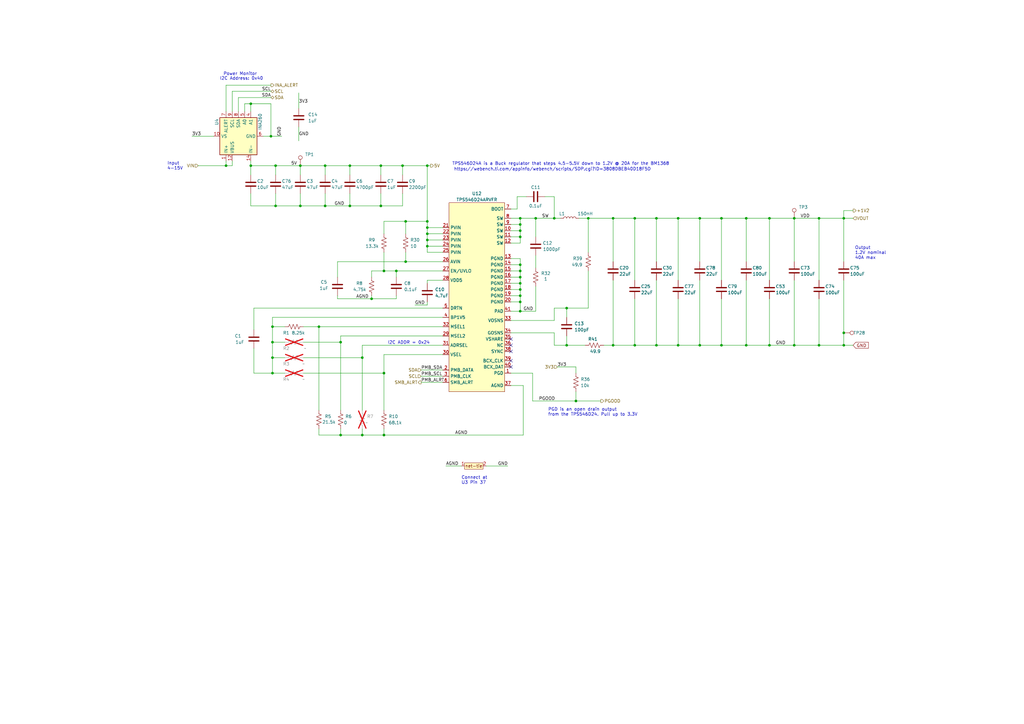
<source format=kicad_sch>
(kicad_sch (version 20231120) (generator "eeschema") (generator_version "8.0")
  (paper "A3")
  (title_block (title "BitForgeNano") (date "2024-06-21") (rev "1.0") (comment 1 "Licensed under CERN-OHL-W version 2"))
  (lib_symbols
    (symbol "BitForgeNano:C" (pin_numbers hide) (pin_names (offset 0.254))
      (property "Reference" "C" (at 0.635 2.54 0))
      (property "Value" "C" (at 0.635 -2.54 0))
      (symbol "C_0_1"
        (polyline (pts (xy -2.032 -0.762) (xy 2.032 -0.762)) (stroke (width 0.508)))
        (polyline (pts (xy -2.032 0.762) (xy 2.032 0.762)) (stroke (width 0.508)))
      )
      (symbol "C_1_1"
        (pin passive line (at 0 3.81 270) (length 2.794) (name "~") (number "1"))
        (pin passive line (at 0 -3.81 90) (length 2.794) (name "~") (number "2"))
      )
    )
    (symbol "BitForgeNano:INA260"
      (property "Reference" "U" (at -6.35 8.89 0))
      (property "Value" "INA260" (at 2.54 8.89 0))
      (symbol "INA260_0_1"
        (rectangle (start -7.62 7.62) (end 7.62 -7.62) (stroke (width 0.254)) (fill (type background)))
      )
      (symbol "INA260_1_1"
        (pin passive line (at -10.16 5.08 0) (length 2.54) (name "IN+") (number "1"))
        (pin power_in line (at 0 10.16 270) (length 2.54) (name "VS") (number "10"))
        (pin passive line (at 0 -10.16 90) (length 2.54) hide (name "GND") (number "11"))
        (pin passive line (at -10.16 2.54 0) (length 2.54) (name "VBUS") (number "12"))
        (pin no_connect line (at 2.54 -7.62 90) (length 2.54) hide (name "NC") (number "13"))
        (pin passive line (at -10.16 -5.08 0) (length 2.54) (name "IN-") (number "14"))
        (pin passive line (at -10.16 -5.08 0) (length 2.54) hide (name "IN-") (number "15"))
        (pin passive line (at -10.16 -5.08 0) (length 2.54) hide (name "IN-") (number "16"))
        (pin passive line (at -10.16 5.08 0) (length 2.54) hide (name "IN+") (number "2"))
        (pin passive line (at -10.16 5.08 0) (length 2.54) hide (name "IN+") (number "3"))
        (pin input line (at 10.16 -5.08 180) (length 2.54) (name "A1") (number "4"))
        (pin input line (at 10.16 -2.54 180) (length 2.54) (name "A0") (number "5"))
        (pin power_in line (at 0 -10.16 90) (length 2.54) (name "GND") (number "6"))
        (pin open_collector line (at 10.16 5.08 180) (length 2.54) (name "ALERT") (number "7"))
        (pin bidirectional line (at 10.16 0 180) (length 2.54) (name "SDA") (number "8"))
        (pin input line (at 10.16 2.54 180) (length 2.54) (name "SCL") (number "9"))
      )
    )
    (symbol "BitForgeNano:RT9080-33GJ5" (pin_names (offset 0.254))
      (property "Reference" "U2" (at 0 8.382 0))
      (property "Value" "RT9080-33GJ5" (at 0 5.842 0))
      (symbol "RT9080-33GJ5_1_1"
        (rectangle (start -6.35 3.81) (end 6.35 -5.08) (stroke (width 0.1524)) (fill (type background)))
        (pin power_in line (at -8.89 1.27 0) (length 2.54) (name "VIN") (number "1"))
        (pin power_in line (at 8.89 -3.81 180) (length 2.54) (name "GND") (number "2"))
        (pin input line (at -8.89 -1.27 0) (length 2.54) (name "EN") (number "3"))
        (pin power_in line (at 8.89 -1.27 180) (length 2.54) (name "NC") (number "4"))
        (pin output line (at 8.89 1.27 180) (length 2.54) (name "VOUT") (number "5"))
      )
    )
    (symbol "BitForgeNano:TestPoint" (pin_numbers hide) (pin_names (offset 0.762) hide)
      (property "Reference" "TP" (at 0 6.858 0))
      (property "Value" "TestPoint" (at 0 5.08 0))
      (symbol "TestPoint_0_1"
        (circle (center 0 3.302) (radius 0.762))
      )
      (symbol "TestPoint_1_1"
        (pin passive line (at 0 0 90) (length 2.54) (name "1") (number "1"))
      )
    )
    (symbol "Connector:TestPoint" (pin_numbers hide) (pin_names (offset 0.762) hide)
      (property "Reference" "TP" (at 0 6.858 0))
      (property "Value" "TestPoint" (at 0 5.08 0))
      (symbol "TestPoint_0_1"
        (circle (center 0 3.302) (radius 0.762))
      )
      (symbol "TestPoint_1_1"
        (pin passive line (at 0 0 90) (length 2.54) (name "1") (number "1"))
      )
    )
    (symbol "Device:C" (pin_numbers hide) (pin_names (offset 0.254))
      (property "Reference" "C" (at 0.635 2.54 0))
      (property "Value" "C" (at 0.635 -2.54 0))
      (symbol "C_0_1"
        (polyline (pts (xy -2.032 -0.762) (xy 2.032 -0.762)) (stroke (width 0.508)))
        (polyline (pts (xy -2.032 0.762) (xy 2.032 0.762)) (stroke (width 0.508)))
      )
      (symbol "C_1_1"
        (pin passive line (at 0 3.81 270) (length 2.794) (name "~") (number "1"))
        (pin passive line (at 0 -3.81 90) (length 2.794) (name "~") (number "2"))
      )
    )
    (symbol "Device:L" (pin_numbers hide) (pin_names (offset 1.016) hide)
      (property "Reference" "L" (at -1.27 0 90))
      (property "Value" "L" (at 1.905 0 90))
      (symbol "L_0_1"
        (arc (start 0 -2.54) (mid 0.6323 -1.905) (end 0 -1.27))
        (arc (start 0 -1.27) (mid 0.6323 -0.635) (end 0 0))
        (arc (start 0 0) (mid 0.6323 0.635) (end 0 1.27))
        (arc (start 0 1.27) (mid 0.6323 1.905) (end 0 2.54))
      )
      (symbol "L_1_1"
        (pin passive line (at 0 3.81 270) (length 1.27) (name "1") (number "1"))
        (pin passive line (at 0 -3.81 90) (length 1.27) (name "2") (number "2"))
      )
    )
    (symbol "Device:R_US" (pin_numbers hide) (pin_names (offset 0))
      (property "Reference" "R" (at 2.54 0 90))
      (property "Value" "R_US" (at -2.54 0 90))
      (symbol "R_US_0_1"
        (polyline (pts (xy 0 -2.286) (xy 0 -2.54)))
        (polyline (pts (xy 0 2.286) (xy 0 2.54)))
        (polyline (pts (xy 0 -0.762) (xy 1.016 -1.143) (xy 0 -1.524) (xy -1.016 -1.905) (xy 0 -2.286)))
        (polyline (pts (xy 0 0.762) (xy 1.016 0.381) (xy 0 0) (xy -1.016 -0.381) (xy 0 -0.762)))
        (polyline (pts (xy 0 2.286) (xy 1.016 1.905) (xy 0 1.524) (xy -1.016 1.143) (xy 0 0.762)))
      )
      (symbol "R_US_1_1"
        (pin passive line (at 0 3.81 270) (length 1.27) (name "~") (number "1"))
        (pin passive line (at 0 -3.81 90) (length 1.27) (name "~") (number "2"))
      )
    )
    (symbol "bitaxe:TPS546D24"
      (property "Reference" "U10" (at 0 45.72 0))
      (property "Value" "TPS546D24ARVFR" (at 0 43.18 0))
      (symbol "TPS546D24_0_1"
        (rectangle (start -11.43 41.91) (end 11.43 -35.56) (stroke (width 0.1524)) (fill (type background)))
      )
      (symbol "TPS546D24_1_1"
        (pin input line (at 13.97 -27.94 180) (length 2.54) (name "PGD") (number "1"))
        (pin power_in line (at 13.97 30.48 180) (length 2.54) (name "SW") (number "10"))
        (pin output line (at 13.97 27.94 180) (length 2.54) (name "SW") (number "11"))
        (pin power_out line (at 13.97 25.4 180) (length 2.54) (name "SW") (number "12"))
        (pin output line (at 13.97 19.05 180) (length 2.54) (name "PGND") (number "13"))
        (pin output line (at 13.97 16.51 180) (length 2.54) (name "PGND") (number "14"))
        (pin input line (at 13.97 13.97 180) (length 2.54) (name "PGND") (number "15"))
        (pin input line (at 13.97 11.43 180) (length 2.54) (name "PGND") (number "16"))
        (pin power_in line (at 13.97 8.89 180) (length 2.54) (name "PGND") (number "17"))
        (pin input line (at 13.97 6.35 180) (length 2.54) (name "PGND") (number "18"))
        (pin input line (at 13.97 3.81 180) (length 2.54) (name "PGND") (number "19"))
        (pin input line (at -13.97 -26.67 0) (length 2.54) (name "PMB_DATA") (number "2"))
        (pin power_in line (at 13.97 1.27 180) (length 2.54) (name "PGND") (number "20"))
        (pin input line (at -13.97 31.75 0) (length 2.54) (name "PVIN") (number "21"))
        (pin input line (at -13.97 29.21 0) (length 2.54) (name "PVIN") (number "22"))
        (pin input line (at -13.97 26.67 0) (length 2.54) (name "PVIN") (number "23"))
        (pin input line (at -13.97 24.13 0) (length 2.54) (name "PVIN") (number "24"))
        (pin input line (at -13.97 21.59 0) (length 2.54) (name "PVIN") (number "25"))
        (pin input line (at -13.97 17.78 0) (length 2.54) (name "AVIN") (number "26"))
        (pin input line (at -13.97 13.97 0) (length 2.54) (name "EN/UVLO") (number "27"))
        (pin output line (at -13.97 10.16 0) (length 2.54) (name "VDD5") (number "28"))
        (pin input line (at -13.97 -12.7 0) (length 2.54) (name "MSEL2") (number "29"))
        (pin input line (at -13.97 -29.21 0) (length 2.54) (name "PMB_CLK") (number "3"))
        (pin input line (at -13.97 -20.32 0) (length 2.54) (name "VSEL") (number "30"))
        (pin input line (at -13.97 -16.51 0) (length 2.54) (name "ADRSEL") (number "31"))
        (pin input line (at -13.97 -8.89 0) (length 2.54) (name "MSEL1") (number "32"))
        (pin output line (at 13.97 -6.35 180) (length 2.54) (name "VOSNS") (number "33"))
        (pin output line (at 13.97 -11.43 180) (length 2.54) (name "GOSNS") (number "34"))
        (pin input line (at 13.97 -13.97 180) (length 2.54) (name "VSHARE") (number "35"))
        (pin input line (at 13.97 -16.51 180) (length 2.54) (name "NC") (number "36"))
        (pin power_in line (at 13.97 -33.02 180) (length 2.54) (name "AGND") (number "37"))
        (pin input line (at 13.97 -19.05 180) (length 2.54) (name "SYNC") (number "38"))
        (pin input line (at 13.97 -22.86 180) (length 2.54) (name "BCX_CLK") (number "39"))
        (pin input line (at -13.97 -5.08 0) (length 2.54) (name "BP1V5") (number "4"))
        (pin input line (at 13.97 -25.4 180) (length 2.54) (name "BCX_DAT") (number "40"))
        (pin power_in line (at 13.97 -2.54 180) (length 2.54) (name "PAD") (number "41"))
        (pin input line (at -13.97 -1.27 0) (length 2.54) (name "DRTN") (number "5"))
        (pin input line (at -13.97 -31.75 0) (length 2.54) (name "SMB_ALRT") (number "6"))
        (pin input line (at 13.97 39.37 180) (length 2.54) (name "BOOT") (number "7"))
        (pin output line (at 13.97 35.56 180) (length 2.54) (name "SW") (number "8"))
        (pin power_in line (at 13.97 33.02 180) (length 2.54) (name "SW") (number "9"))
      )
    )
    (symbol "bitaxe:net-tie"
      (symbol "net-tie_0_1"
        (rectangle (start -3.81 1.27) (end 3.81 -1.27) (stroke (width 0.1524)) (fill (type background)))
      )
      (symbol "net-tie_1_0"
        (pin bidirectional line (at -5.08 0 0) (length 1.27) (name "") (number "1"))
        (pin bidirectional line (at 5.08 0 180) (length 1.27) (name "") (number "2"))
      )
      (symbol "net-tie_1_1"
        (text "net-tie" (at 0 0 0) (effects (font (size 1.27 1.27))))
      )
    )
  )
  (junction (at 335.915 141.605))
  (junction (at 213.36 121.285))
  (junction (at 269.24 141.605))
  (junction (at 157.48 111.125))
  (junction (at 111.76 153.035))
  (junction (at 241.3 89.535))
  (junction (at 143.51 84.455))
  (junction (at 184.785 342.9))
  (junction (at 306.07 89.535))
  (junction (at 157.48 153.035))
  (junction (at 123.19 67.945))
  (junction (at 346.075 141.605))
  (junction (at 213.36 92.075))
  (junction (at 102.87 42.545))
  (junction (at 191.135 330.2))
  (junction (at 133.35 84.455))
  (junction (at 175.26 93.345))
  (junction (at 325.755 89.535))
  (junction (at 148.59 146.685))
  (junction (at 162.56 111.125))
  (junction (at 139.7 178.435))
  (junction (at 92.71 67.945))
  (junction (at 251.46 141.605))
  (junction (at 111.76 146.685))
  (junction (at 213.36 116.205))
  (junction (at 213.36 89.535))
  (junction (at 165.1 67.945))
  (junction (at 113.03 67.945))
  (junction (at 278.13 141.605))
  (junction (at 133.35 67.945))
  (junction (at 152.4 122.555))
  (junction (at 113.03 84.455))
  (junction (at 287.02 89.535))
  (junction (at 213.36 97.155))
  (junction (at 213.36 118.745))
  (junction (at 139.7 140.335))
  (junction (at 213.36 127.635))
  (junction (at 278.13 89.535))
  (junction (at 315.595 89.535))
  (junction (at 175.26 95.885))
  (junction (at 346.075 89.535))
  (junction (at 213.36 111.125))
  (junction (at 166.37 90.805))
  (junction (at 166.37 107.315))
  (junction (at 325.755 141.605))
  (junction (at 175.26 67.945))
  (junction (at 232.41 126.365))
  (junction (at 295.91 89.535))
  (junction (at 161.925 330.2))
  (junction (at 175.26 98.425))
  (junction (at 123.19 84.455))
  (junction (at 148.59 178.435))
  (junction (at 251.46 89.535))
  (junction (at 156.21 67.945))
  (junction (at 232.41 141.605))
  (junction (at 346.075 136.525))
  (junction (at 295.91 141.605))
  (junction (at 157.48 178.435))
  (junction (at 213.36 123.825))
  (junction (at 219.71 89.535))
  (junction (at 213.36 94.615))
  (junction (at 269.24 89.535))
  (junction (at 111.76 140.335))
  (junction (at 315.595 141.605))
  (junction (at 213.36 113.665))
  (junction (at 260.35 89.535))
  (junction (at 175.26 100.965))
  (junction (at 111.125 55.88))
  (junction (at 213.36 108.585))
  (junction (at 227.33 89.535))
  (junction (at 130.81 133.985))
  (junction (at 156.21 84.455))
  (junction (at 175.26 90.805))
  (junction (at 102.87 67.945))
  (junction (at 111.76 133.985))
  (junction (at 287.02 141.605))
  (junction (at 306.07 141.605))
  (junction (at 143.51 67.945))
  (junction (at 335.915 89.535))
  (junction (at 260.35 141.605))
  (junction (at 236.22 164.465))
  (no_connect (at 182.245 332.74))
  (no_connect (at 209.55 147.955))
  (no_connect (at 209.55 141.605))
  (no_connect (at 209.55 139.065))
  (no_connect (at 209.55 144.145))
  (no_connect (at 209.55 150.495))
  (wire (pts (xy 287.02 114.935) (xy 287.02 141.605)))
  (wire (pts (xy 130.81 175.895) (xy 130.81 178.435)))
  (wire (pts (xy 182.245 335.28) (xy 184.785 335.28)))
  (wire (pts (xy 232.41 126.365) (xy 241.3 126.365)))
  (wire (pts (xy 100.33 45.72) (xy 100.33 42.545)))
  (wire (pts (xy 148.59 175.895) (xy 148.59 178.435)))
  (wire (pts (xy 130.81 133.985) (xy 130.81 168.275)))
  (wire (pts (xy 278.13 89.535) (xy 287.02 89.535)))
  (wire (pts (xy 237.49 89.535) (xy 241.3 89.535)))
  (wire (pts (xy 153.035 330.2) (xy 161.925 330.2)))
  (wire (pts (xy 166.37 90.805) (xy 175.26 90.805)))
  (wire (pts (xy 213.36 121.285) (xy 213.36 123.825)))
  (wire (pts (xy 92.71 67.945) (xy 95.25 67.945)))
  (wire (pts (xy 166.37 103.505) (xy 166.37 107.315)))
  (wire (pts (xy 213.36 97.155) (xy 213.36 94.615)))
  (wire (pts (xy 139.7 178.435) (xy 148.59 178.435)))
  (wire (pts (xy 166.37 95.885) (xy 166.37 90.805)))
  (wire (pts (xy 260.35 89.535) (xy 260.35 114.935)))
  (wire (pts (xy 138.43 122.555) (xy 152.4 122.555)))
  (wire (pts (xy 153.035 330.2) (xy 153.035 332.74)))
  (wire (pts (xy 219.71 117.475) (xy 219.71 127.635)))
  (wire (pts (xy 113.03 84.455) (xy 123.19 84.455)))
  (wire (pts (xy 346.075 86.36) (xy 346.075 89.535)))
  (wire (pts (xy 124.46 146.685) (xy 148.59 146.685)))
  (wire (pts (xy 175.26 114.935) (xy 181.61 114.935)))
  (wire (pts (xy 104.14 126.365) (xy 181.61 126.365)))
  (wire (pts (xy 157.48 153.035) (xy 157.48 168.275)))
  (wire (pts (xy 209.55 111.125) (xy 213.36 111.125)))
  (wire (pts (xy 113.03 79.375) (xy 113.03 84.455)))
  (wire (pts (xy 182.88 191.135) (xy 189.23 191.135)))
  (wire (pts (xy 227.33 141.605) (xy 232.41 141.605)))
  (wire (pts (xy 162.56 121.285) (xy 162.56 122.555)))
  (wire (pts (xy 157.48 111.125) (xy 162.56 111.125)))
  (wire (pts (xy 269.24 89.535) (xy 269.24 107.315)))
  (wire (pts (xy 209.55 116.205) (xy 213.36 116.205)))
  (wire (pts (xy 209.55 158.115) (xy 214.63 158.115)))
  (wire (pts (xy 175.26 67.945) (xy 176.53 67.945)))
  (wire (pts (xy 295.91 122.555) (xy 295.91 141.605)))
  (wire (pts (xy 148.59 141.605) (xy 181.61 141.605)))
  (wire (pts (xy 111.76 153.035) (xy 116.84 153.035)))
  (wire (pts (xy 218.44 164.465) (xy 236.22 164.465)))
  (wire (pts (xy 346.075 89.535) (xy 346.075 107.315)))
  (wire (pts (xy 251.46 89.535) (xy 251.46 107.315)))
  (wire (pts (xy 315.595 89.535) (xy 325.755 89.535)))
  (wire (pts (xy 170.18 125.095) (xy 175.26 125.095)))
  (wire (pts (xy 113.03 67.945) (xy 113.03 71.755)))
  (wire (pts (xy 172.72 154.305) (xy 181.61 154.305)))
  (wire (pts (xy 219.71 127.635) (xy 213.36 127.635)))
  (wire (pts (xy 148.59 178.435) (xy 157.48 178.435)))
  (wire (pts (xy 157.48 111.125) (xy 152.4 111.125)))
  (wire (pts (xy 175.26 98.425) (xy 181.61 98.425)))
  (wire (pts (xy 156.21 79.375) (xy 156.21 84.455)))
  (wire (pts (xy 251.46 89.535) (xy 260.35 89.535)))
  (wire (pts (xy 175.26 100.965) (xy 181.61 100.965)))
  (wire (pts (xy 325.755 107.315) (xy 325.755 89.535)))
  (wire (pts (xy 133.35 67.945) (xy 133.35 71.755)))
  (wire (pts (xy 209.55 106.045) (xy 213.36 106.045)))
  (wire (pts (xy 153.035 342.9) (xy 153.035 340.36)))
  (wire (pts (xy 138.43 107.315) (xy 166.37 107.315)))
  (wire (pts (xy 236.22 164.465) (xy 246.38 164.465)))
  (wire (pts (xy 156.21 67.945) (xy 156.21 71.755)))
  (wire (pts (xy 346.075 136.525) (xy 346.075 141.605)))
  (wire (pts (xy 175.26 123.825) (xy 175.26 125.095)))
  (wire (pts (xy 102.87 67.945) (xy 113.03 67.945)))
  (wire (pts (xy 213.36 106.045) (xy 213.36 108.585)))
  (wire (pts (xy 95.25 37.465) (xy 111.125 37.465)))
  (wire (pts (xy 139.7 175.895) (xy 139.7 178.435)))
  (wire (pts (xy 315.595 89.535) (xy 315.595 114.935)))
  (wire (pts (xy 335.915 89.535) (xy 346.075 89.535)))
  (wire (pts (xy 227.33 131.445) (xy 227.33 126.365)))
  (wire (pts (xy 143.51 79.375) (xy 143.51 84.455)))
  (wire (pts (xy 95.25 66.04) (xy 95.25 67.945)))
  (wire (pts (xy 156.21 67.945) (xy 165.1 67.945)))
  (wire (pts (xy 209.55 99.695) (xy 213.36 99.695)))
  (wire (pts (xy 278.13 122.555) (xy 278.13 141.605)))
  (wire (pts (xy 306.07 114.935) (xy 306.07 141.605)))
  (wire (pts (xy 181.61 103.505) (xy 175.26 103.505)))
  (wire (pts (xy 133.35 84.455) (xy 143.51 84.455)))
  (wire (pts (xy 130.81 178.435) (xy 139.7 178.435)))
  (wire (pts (xy 102.87 66.04) (xy 102.87 67.945)))
  (wire (pts (xy 111.76 140.335) (xy 111.76 146.685)))
  (wire (pts (xy 111.76 130.175) (xy 111.76 133.985)))
  (wire (pts (xy 130.81 133.985) (xy 181.61 133.985)))
  (wire (pts (xy 138.43 121.285) (xy 138.43 122.555)))
  (wire (pts (xy 218.44 153.035) (xy 218.44 164.465)))
  (wire (pts (xy 241.3 89.535) (xy 241.3 103.505)))
  (wire (pts (xy 175.26 95.885) (xy 175.26 98.425)))
  (wire (pts (xy 260.35 141.605) (xy 269.24 141.605)))
  (wire (pts (xy 175.26 67.945) (xy 175.26 90.805)))
  (wire (pts (xy 212.09 85.725) (xy 212.09 80.645)))
  (wire (pts (xy 148.59 141.605) (xy 148.59 146.685)))
  (wire (pts (xy 133.35 67.945) (xy 143.51 67.945)))
  (wire (pts (xy 325.755 89.535) (xy 335.915 89.535)))
  (wire (pts (xy 157.48 175.895) (xy 157.48 178.435)))
  (wire (pts (xy 161.925 330.2) (xy 164.465 330.2)))
  (wire (pts (xy 213.36 111.125) (xy 213.36 113.665)))
  (wire (pts (xy 209.55 108.585) (xy 213.36 108.585)))
  (wire (pts (xy 213.36 99.695) (xy 213.36 97.155)))
  (wire (pts (xy 213.36 116.205) (xy 213.36 118.745)))
  (wire (pts (xy 227.33 126.365) (xy 232.41 126.365)))
  (wire (pts (xy 175.26 95.885) (xy 181.61 95.885)))
  (wire (pts (xy 269.24 141.605) (xy 278.13 141.605)))
  (wire (pts (xy 251.46 141.605) (xy 260.35 141.605)))
  (wire (pts (xy 143.51 84.455) (xy 156.21 84.455)))
  (wire (pts (xy 213.36 94.615) (xy 213.36 92.075)))
  (wire (pts (xy 251.46 114.935) (xy 251.46 141.605)))
  (wire (pts (xy 236.22 160.655) (xy 236.22 164.465)))
  (wire (pts (xy 213.36 123.825) (xy 209.55 123.825)))
  (wire (pts (xy 306.07 89.535) (xy 315.595 89.535)))
  (wire (pts (xy 287.02 141.605) (xy 295.91 141.605)))
  (wire (pts (xy 199.39 191.135) (xy 208.28 191.135)))
  (wire (pts (xy 143.51 67.945) (xy 143.51 71.755)))
  (wire (pts (xy 92.71 45.72) (xy 92.71 34.925)))
  (wire (pts (xy 181.61 130.175) (xy 111.76 130.175)))
  (wire (pts (xy 111.76 133.985) (xy 116.84 133.985)))
  (wire (pts (xy 175.26 93.345) (xy 181.61 93.345)))
  (wire (pts (xy 315.595 141.605) (xy 325.755 141.605)))
  (wire (pts (xy 107.95 55.88) (xy 111.125 55.88)))
  (wire (pts (xy 209.55 118.745) (xy 213.36 118.745)))
  (wire (pts (xy 346.075 114.935) (xy 346.075 136.525)))
  (wire (pts (xy 123.19 79.375) (xy 123.19 84.455)))
  (wire (pts (xy 156.21 84.455) (xy 165.1 84.455)))
  (wire (pts (xy 111.76 146.685) (xy 116.84 146.685)))
  (wire (pts (xy 152.4 121.285) (xy 152.4 122.555)))
  (wire (pts (xy 81.28 67.945) (xy 92.71 67.945)))
  (wire (pts (xy 175.26 90.805) (xy 175.26 93.345)))
  (wire (pts (xy 148.59 146.685) (xy 148.59 168.275)))
  (wire (pts (xy 175.26 98.425) (xy 175.26 100.965)))
  (wire (pts (xy 104.14 153.035) (xy 111.76 153.035)))
  (wire (pts (xy 227.33 136.525) (xy 227.33 141.605)))
  (wire (pts (xy 92.71 66.04) (xy 92.71 67.945)))
  (wire (pts (xy 157.48 103.505) (xy 157.48 111.125)))
  (wire (pts (xy 102.87 71.755) (xy 102.87 67.945)))
  (wire (pts (xy 166.37 107.315) (xy 181.61 107.315)))
  (wire (pts (xy 306.07 107.315) (xy 306.07 89.535)))
  (wire (pts (xy 278.13 141.605) (xy 287.02 141.605)))
  (wire (pts (xy 191.135 330.2) (xy 200.025 330.2)))
  (wire (pts (xy 157.48 95.885) (xy 157.48 90.805)))
  (wire (pts (xy 260.35 122.555) (xy 260.35 141.605)))
  (wire (pts (xy 172.72 151.765) (xy 181.61 151.765)))
  (wire (pts (xy 164.465 332.74) (xy 161.925 332.74)))
  (wire (pts (xy 295.91 141.605) (xy 306.07 141.605)))
  (wire (pts (xy 139.7 137.795) (xy 181.61 137.795)))
  (wire (pts (xy 111.125 42.545) (xy 111.125 55.88)))
  (wire (pts (xy 209.55 121.285) (xy 213.36 121.285)))
  (wire (pts (xy 143.51 67.945) (xy 156.21 67.945)))
  (wire (pts (xy 122.555 52.07) (xy 122.555 57.785)))
  (wire (pts (xy 182.245 330.2) (xy 191.135 330.2)))
  (wire (pts (xy 157.48 145.415) (xy 157.48 153.035)))
  (wire (pts (xy 122.555 38.1) (xy 122.555 44.45)))
  (wire (pts (xy 335.915 141.605) (xy 346.075 141.605)))
  (wire (pts (xy 157.48 178.435) (xy 214.63 178.435)))
  (wire (pts (xy 213.36 123.825) (xy 213.36 127.635)))
  (wire (pts (xy 124.46 133.985) (xy 130.81 133.985)))
  (wire (pts (xy 133.35 79.375) (xy 133.35 84.455)))
  (wire (pts (xy 209.55 153.035) (xy 218.44 153.035)))
  (wire (pts (xy 209.55 113.665) (xy 213.36 113.665)))
  (wire (pts (xy 102.87 42.545) (xy 111.125 42.545)))
  (wire (pts (xy 209.55 94.615) (xy 213.36 94.615)))
  (wire (pts (xy 138.43 113.665) (xy 138.43 107.315)))
  (wire (pts (xy 162.56 111.125) (xy 181.61 111.125)))
  (wire (pts (xy 161.925 332.74) (xy 161.925 330.2)))
  (wire (pts (xy 139.7 140.335) (xy 139.7 168.275)))
  (wire (pts (xy 236.22 153.035) (xy 236.22 150.495)))
  (wire (pts (xy 102.87 45.72) (xy 102.87 42.545)))
  (wire (pts (xy 223.52 80.645) (xy 227.33 80.645)))
  (wire (pts (xy 241.3 111.125) (xy 241.3 126.365)))
  (wire (pts (xy 214.63 158.115) (xy 214.63 178.435)))
  (wire (pts (xy 97.79 45.72) (xy 97.79 40.005)))
  (wire (pts (xy 78.74 55.88) (xy 87.63 55.88)))
  (wire (pts (xy 153.035 342.9) (xy 184.785 342.9)))
  (wire (pts (xy 219.71 109.855) (xy 219.71 104.775)))
  (wire (pts (xy 102.87 84.455) (xy 113.03 84.455)))
  (wire (pts (xy 213.36 89.535) (xy 209.55 89.535)))
  (wire (pts (xy 139.7 137.795) (xy 139.7 140.335)))
  (wire (pts (xy 325.755 141.605) (xy 335.915 141.605)))
  (wire (pts (xy 346.075 89.535) (xy 349.885 89.535)))
  (wire (pts (xy 247.65 141.605) (xy 251.46 141.605)))
  (wire (pts (xy 172.72 156.845) (xy 181.61 156.845)))
  (wire (pts (xy 152.4 111.125) (xy 152.4 113.665)))
  (wire (pts (xy 184.785 335.28) (xy 184.785 342.9)))
  (wire (pts (xy 213.36 118.745) (xy 213.36 121.285)))
  (wire (pts (xy 228.6 150.495) (xy 236.22 150.495)))
  (wire (pts (xy 175.26 100.965) (xy 175.26 103.505)))
  (wire (pts (xy 278.13 89.535) (xy 278.13 114.935)))
  (wire (pts (xy 219.71 89.535) (xy 227.33 89.535)))
  (wire (pts (xy 111.76 140.335) (xy 116.84 140.335)))
  (wire (pts (xy 184.785 342.9) (xy 191.135 342.9)))
  (wire (pts (xy 232.41 141.605) (xy 240.03 141.605)))
  (wire (pts (xy 209.55 97.155) (xy 213.36 97.155)))
  (wire (pts (xy 232.41 137.795) (xy 232.41 141.605)))
  (wire (pts (xy 124.46 140.335) (xy 139.7 140.335)))
  (wire (pts (xy 306.07 141.605) (xy 315.595 141.605)))
  (wire (pts (xy 111.76 146.685) (xy 111.76 153.035)))
  (wire (pts (xy 95.25 45.72) (xy 95.25 37.465)))
  (wire (pts (xy 104.14 135.255) (xy 104.14 126.365)))
  (wire (pts (xy 209.55 127.635) (xy 213.36 127.635)))
  (wire (pts (xy 346.075 141.605) (xy 349.885 141.605)))
  (wire (pts (xy 175.26 116.205) (xy 175.26 114.935)))
  (wire (pts (xy 113.03 67.945) (xy 123.19 67.945)))
  (wire (pts (xy 209.55 85.725) (xy 212.09 85.725)))
  (wire (pts (xy 241.3 89.535) (xy 251.46 89.535)))
  (wire (pts (xy 191.135 330.2) (xy 191.135 332.74)))
  (wire (pts (xy 295.91 89.535) (xy 306.07 89.535)))
  (wire (pts (xy 92.71 34.925) (xy 111.125 34.925)))
  (wire (pts (xy 157.48 90.805) (xy 166.37 90.805)))
  (wire (pts (xy 209.55 136.525) (xy 227.33 136.525)))
  (wire (pts (xy 152.4 122.555) (xy 162.56 122.555)))
  (wire (pts (xy 269.24 114.935) (xy 269.24 141.605)))
  (wire (pts (xy 295.91 89.535) (xy 295.91 114.935)))
  (wire (pts (xy 315.595 122.555) (xy 315.595 141.605)))
  (wire (pts (xy 213.36 89.535) (xy 219.71 89.535)))
  (wire (pts (xy 165.1 84.455) (xy 165.1 79.375)))
  (wire (pts (xy 260.35 89.535) (xy 269.24 89.535)))
  (wire (pts (xy 213.36 113.665) (xy 213.36 116.205)))
  (wire (pts (xy 349.885 86.36) (xy 346.075 86.36)))
  (wire (pts (xy 100.33 42.545) (xy 102.87 42.545)))
  (wire (pts (xy 191.135 340.36) (xy 191.135 342.9)))
  (wire (pts (xy 219.71 97.155) (xy 219.71 89.535)))
  (wire (pts (xy 227.33 89.535) (xy 229.87 89.535)))
  (wire (pts (xy 287.02 89.535) (xy 287.02 107.315)))
  (wire (pts (xy 325.755 114.935) (xy 325.755 141.605)))
  (wire (pts (xy 269.24 89.535) (xy 278.13 89.535)))
  (wire (pts (xy 209.55 131.445) (xy 227.33 131.445)))
  (wire (pts (xy 111.76 133.985) (xy 111.76 140.335)))
  (wire (pts (xy 335.915 89.535) (xy 335.915 114.935)))
  (wire (pts (xy 97.79 40.005) (xy 111.125 40.005)))
  (wire (pts (xy 227.33 80.645) (xy 227.33 89.535)))
  (wire (pts (xy 287.02 89.535) (xy 295.91 89.535)))
  (wire (pts (xy 232.41 126.365) (xy 232.41 130.175)))
  (wire (pts (xy 102.87 79.375) (xy 102.87 84.455)))
  (wire (pts (xy 209.55 92.075) (xy 213.36 92.075)))
  (wire (pts (xy 212.09 80.645) (xy 215.9 80.645)))
  (wire (pts (xy 123.19 67.945) (xy 123.19 71.755)))
  (wire (pts (xy 104.14 142.875) (xy 104.14 153.035)))
  (wire (pts (xy 162.56 113.665) (xy 162.56 111.125)))
  (wire (pts (xy 111.125 55.88) (xy 115.57 55.88)))
  (wire (pts (xy 175.26 93.345) (xy 175.26 95.885)))
  (wire (pts (xy 123.19 67.945) (xy 133.35 67.945)))
  (wire (pts (xy 165.1 67.945) (xy 165.1 71.755)))
  (wire (pts (xy 175.26 67.945) (xy 165.1 67.945)))
  (wire (pts (xy 335.915 122.555) (xy 335.915 141.605)))
  (wire (pts (xy 157.48 145.415) (xy 181.61 145.415)))
  (wire (pts (xy 213.36 92.075) (xy 213.36 89.535)))
  (wire (pts (xy 213.36 108.585) (xy 213.36 111.125)))
  (wire (pts (xy 123.19 84.455) (xy 133.35 84.455)))
  (wire (pts (xy 124.46 153.035) (xy 157.48 153.035)))
  (text "3V3 LDO" (at 163.195 346.71 0) (effects (font (size 1.27 1.27)) (justify left bottom)))
  (text "TPS546D24A is a Buck regulator that steps 4.5-5.5V down to 1.2V @ 20A for the BM1368" (at 185.42 67.945 0) (effects (font (size 1.27 1.27)) (justify left bottom)))
  (text "PGD is an open drain output\nfrom the TPS546D24. Pull up to 3.3V" (at 224.79 170.815 0) (effects (font (size 1.27 1.27)) (justify left bottom)))
  (text "Output \n1.2V nominal\n40A max" (at 350.647 106.553 0) (effects (font (size 1.27 1.27)) (justify left bottom)))
  (text "https://webench.ti.com/appinfo/webench/scripts/SDP.cgi?ID=3808DBEB40D18F5D" (at 226.568 69.469 0) (effects (font (size 1.27 1.27))))
  (text "I2C ADDR = 0x24" (at 159.004 141.351 0) (effects (font (size 1.27 1.27)) (justify left bottom)))
  (text "Connect at\nU3 Pin 37" (at 189.23 198.755 0) (effects (font (size 1.27 1.27)) (justify left bottom)))
  (text "600 mA max" (at 201.295 334.01 0) (effects (font (size 1.27 1.27)) (justify left bottom)))
  (text "I2C Address: 0x40" (at 107.95 33.02 0) (effects (font (size 1.27 1.27)) (justify right bottom)))
  (text "Power Monitor" (at 105.41 31.115 0) (effects (font (size 1.27 1.27)) (justify right bottom)))
  (text "Input \n4-15V" (at 68.58 69.85 0) (effects (font (size 1.27 1.27)) (justify left bottom)))
  (label "GND" (at 208.28 191.135 180))
  (label "5V" (at 155.575 330.2 0))
  (label "AGND" (at 182.88 191.135 0))
  (label "SW" (at 222.25 89.535 0))
  (label "PMB_ALRT" (at 172.72 156.845 0))
  (label "PMB_SDA" (at 172.72 151.765 0))
  (label "GND" (at 170.18 125.095 0))
  (label "GND" (at 115.57 55.88 90))
  (label "SCL" (at 111.125 37.465 180))
  (label "AGND" (at 146.05 122.555 0))
  (label "3V3" (at 122.555 42.545 0))
  (label "GND" (at 214.63 127.635 0))
  (label "VDD" (at 328.295 89.535 0))
  (label "PGOOD" (at 220.98 164.465 0))
  (label "5V" (at 119.38 67.945 0))
  (label "GND" (at 122.555 55.88 0))
  (label "GND" (at 137.16 84.455 0))
  (label "AGND" (at 191.77 178.435 180))
  (label "GND" (at 318.135 141.605 0))
  (label "3V3" (at 78.74 55.88 0))
  (label "3V3" (at 228.6 150.495 0))
  (label "SDA" (at 111.125 40.005 180))
  (label "PMB_SCL" (at 172.72 154.305 0))
  (label "3V3" (at 184.785 330.2 0))
  (label "GND" (at 170.815 342.9 0))
  (global_label "GND" (shape input) (at 349.885 141.605 0) (property "Intersheetrefs" "${INTERSHEET_REFS}" (effects (hide yes))))
  (hierarchical_label "SDA" (shape bidirectional) (at 111.125 40.005 0))
  (hierarchical_label "SDA" (shape input) (at 172.72 151.765 180))
  (hierarchical_label "+1V2" (shape output) (at 349.885 86.36 0))
  (hierarchical_label "SMB_ALRT" (shape output) (at 172.72 156.845 180))
  (hierarchical_label "VOUT" (shape input) (at 349.885 89.535 0))
  (hierarchical_label "SCL" (shape input) (at 172.72 154.305 180))
  (hierarchical_label "5V" (shape output) (at 176.53 67.945 0))
  (hierarchical_label "PGOOD" (shape output) (at 246.38 164.465 0))
  (hierarchical_label "INA_ALERT" (shape output) (at 111.125 34.925 0))
  (hierarchical_label "VIN" (shape input) (at 81.28 67.945 180))
  (hierarchical_label "SCL" (shape bidirectional) (at 111.125 37.465 0))
  (hierarchical_label "3V3" (shape output) (at 200.025 330.2 0))
  (hierarchical_label "3V3" (shape input) (at 228.6 150.495 180))
  (symbol (lib_id "BitForgeNano:C") (at 191.135 336.55 0) (unit 1)
    (property "Reference" "C57" (at 192.405 334.645 0) (effects (justify left bottom)))
    (property "Value" "1uF" (at 192.405 339.725 0) (effects (justify left bottom)))
    (property "Footprint" "BitForgeNano:C_0402_1005Metric" (effects (hide yes)))
    (property "Description" "EMK105BJ105MV-F" (effects (hide yes)))
    (property "DK" "587-5514-1-ND" (effects (hide yes)))
    (property "PARTNO" "EMK105BJ105MV-F" (effects (hide yes)))
  )
  (symbol (lib_id "BitForgeNano:TestPoint") (at 325.755 89.535 0) (unit 1)
    (property "Reference" "TP3" (at 327.66 84.9629 0) (effects (justify left)))
    (property "Value" "TestPoint" (effects (hide yes)))
    (property "Footprint" "BitForgeNano:TestPoint_Pad_D1.0mm" (effects (hide yes)))
    (property "Description" "test point" (effects (hide yes)))
  )
  (symbol (lib_id "BitForgeNano:C") (at 153.035 336.55 0) (unit 1)
    (property "Reference" "C56" (at 154.305 334.645 0) (effects (justify left bottom)))
    (property "Value" "1uF" (at 154.305 339.725 0) (effects (justify left bottom)))
    (property "Footprint" "BitForgeNano:C_0402_1005Metric" (effects (hide yes)))
    (property "Description" "EMK105BJ105MV-F" (effects (hide yes)))
    (property "DK" "587-5514-1-ND" (effects (hide yes)))
    (property "PARTNO" "EMK105BJ105MV-F" (effects (hide yes)))
  )
  (symbol (lib_id "Device:R_US") (at 157.48 172.085 0) (unit 1)
    (property "Reference" "R10" (at 159.385 170.815 0) (effects (justify left)))
    (property "Value" "68.1k" (at 159.385 173.355 0) (effects (justify left)))
    (property "Footprint" "Resistor_SMD:R_0402_1005Metric" (effects (hide yes)))
    (property "DK" "YAG3213CT-ND" (effects (hide yes)))
    (property "PARTNO" "RC0402FR-0768K1L" (effects (hide yes)))
  )
  (symbol (lib_id "Device:C") (at 260.35 118.745 0) (unit 1)
    (property "Reference" "C25" (at 262.89 117.475 0) (effects (justify left)))
    (property "Value" "22uF" (at 262.89 120.015 0) (effects (justify left)))
    (property "Footprint" "Capacitor_SMD:C_0805_2012Metric" (effects (hide yes)))
    (property "DK" "490-10746-1-ND" (effects (hide yes)))
    (property "PARTNO" "GRM21BR61A226ME44L" (effects (hide yes)))
  )
  (symbol (lib_id "Device:C") (at 219.71 100.965 180) (unit 1)
    (property "Reference" "C12" (at 224.536 99.695 0))
    (property "Value" "1000pF" (at 226.314 102.235 0))
    (property "Footprint" "Capacitor_SMD:C_0805_2012Metric" (effects (hide yes)))
    (property "DK" "311-1127-1-ND" (effects (hide yes)))
    (property "PARTNO" "CC0805KRX7R9BB102" (effects (hide yes)))
  )
  (symbol (lib_id "Device:R_US") (at 152.4 117.475 0) (unit 1)
    (property "Reference" "R8" (at 146.05 116.205 0) (effects (justify left)))
    (property "Value" "4.75k" (at 144.78 118.745 0) (effects (justify left)))
    (property "Footprint" "Resistor_SMD:R_0402_1005Metric" (effects (hide yes)))
    (property "DK" "541-4.75KLCT-ND" (effects (hide yes)))
    (property "PARTNO" "CRCW04024K75FKED" (effects (hide yes)))
  )
  (symbol (lib_id "Device:R_US") (at 120.65 146.685 90) (unit 1) (in_bom no) (dnp yes)
    (property "Reference" "R3" (at 118.745 149.225 90) (effects (justify left)))
    (property "Value" "~" (at 125.095 149.225 90) (effects (justify left)))
    (property "Footprint" "Resistor_SMD:R_0402_1005Metric" (effects (hide yes)))
  )
  (symbol (lib_id "Device:C") (at 143.51 75.565 0) (unit 1)
    (property "Reference" "C6" (at 146.05 74.295 0) (effects (justify left)))
    (property "Value" "4700pF" (at 146.05 76.835 0) (effects (justify left)))
    (property "Footprint" "Capacitor_SMD:C_0402_1005Metric" (effects (hide yes)))
    (property "DK" "490-1309-1-ND" (effects (hide yes)))
    (property "PARTNO" "GRM155R71E472KA01D" (effects (hide yes)))
  )
  (symbol (lib_id "Device:R_US") (at 139.7 172.085 0) (unit 1)
    (property "Reference" "R6" (at 141.605 170.815 0) (effects (justify left)))
    (property "Value" "0" (at 140.97 173.355 0) (effects (justify left)))
    (property "Footprint" "Resistor_SMD:R_0402_1005Metric" (effects (hide yes)))
    (property "DK" "311-0.0JRCT-ND" (effects (hide yes)))
    (property "PARTNO" "RC0402JR-070RL" (effects (hide yes)))
  )
  (symbol (lib_id "bitaxe:net-tie") (at 194.31 191.135 0) (unit 1) (in_bom no)
    (property "Reference" "T1" (effects (hide yes)))
    (property "Value" "net-tie" (effects (hide yes)))
    (property "Footprint" "bitaxe:NetTie-0.25mm" (effects (hide yes)))
  )
  (symbol (lib_id "Device:R_US") (at 157.48 99.695 0) (unit 1)
    (property "Reference" "R9" (at 151.13 98.425 0) (effects (justify left)))
    (property "Value" "13.3k" (at 149.86 100.965 0) (effects (justify left)))
    (property "Footprint" "Resistor_SMD:R_0402_1005Metric" (effects (hide yes)))
    (property "DK" "541-13.3KLCT-ND" (effects (hide yes)))
    (property "PARTNO" "CRCW040213K3FKED" (effects (hide yes)))
  )
  (symbol (lib_id "Device:C") (at 251.46 111.125 0) (unit 1)
    (property "Reference" "C20" (at 254 109.855 0) (effects (justify left)))
    (property "Value" "22uF" (at 254 112.395 0) (effects (justify left)))
    (property "Footprint" "Capacitor_SMD:C_0805_2012Metric" (effects (hide yes)))
    (property "DK" "490-10746-1-ND" (effects (hide yes)))
    (property "PARTNO" "GRM21BR61A226ME44L" (effects (hide yes)))
  )
  (symbol (lib_id "Device:C") (at 165.1 75.565 0) (unit 1)
    (property "Reference" "C9" (at 167.64 74.295 0) (effects (justify left)))
    (property "Value" "2200pF" (at 167.64 76.835 0) (effects (justify left)))
    (property "Footprint" "Capacitor_SMD:C_0402_1005Metric" (effects (hide yes)))
    (property "DK" "490-8257-1-ND" (effects (hide yes)))
    (property "PARTNO" "GRM155R61H222KA01D" (effects (hide yes)))
  )
  (symbol (lib_id "Device:C") (at 335.915 118.745 0) (unit 1)
    (property "Reference" "C74" (at 338.455 117.475 0) (effects (justify left)))
    (property "Value" "100uF" (at 338.455 120.015 0) (effects (justify left)))
    (property "Footprint" "Capacitor_SMD:C_1206_3216Metric" (effects (hide yes)))
    (property "DK" "1276-1782-2-ND" (effects (hide yes)))
    (property "PARTNO" "CL31A107MQHNNNE" (effects (hide yes)))
  )
  (symbol (lib_id "BitForgeNano:INA260") (at 97.79 55.88 90) (unit 1)
    (property "Reference" "U4" (at 88.9 51.435 0) (effects (justify left)))
    (property "Value" "INA260" (at 106.68 53.34 0) (effects (justify left)))
    (property "Footprint" "BitForgeNano:TSSOP-16_4.4x5mm_P0.65mm" (effects (hide yes)))
    (property "Datasheet" "http://www.ti.com/lit/ds/symlink/ina260.pdf" (effects (hide yes)))
    (property "PARTNO" "INA260AIPW" (effects (hide yes)))
    (property "DK" "296-45218-5-ND" (effects (hide yes)))
  )
  (symbol (lib_id "Device:C") (at 278.13 118.745 0) (unit 1)
    (property "Reference" "C77" (at 280.67 117.475 0) (effects (justify left)))
    (property "Value" "22uF" (at 280.67 120.015 0) (effects (justify left)))
    (property "Footprint" "Capacitor_SMD:C_0805_2012Metric" (effects (hide yes)))
    (property "DK" "490-10746-1-ND" (effects (hide yes)))
    (property "PARTNO" "GRM21BR61A226ME44L" (effects (hide yes)))
  )
  (symbol (lib_id "Device:C") (at 295.91 118.745 0) (unit 1)
    (property "Reference" "C79" (at 298.45 117.475 0) (effects (justify left)))
    (property "Value" "100uF" (at 298.45 120.015 0) (effects (justify left)))
    (property "Footprint" "Capacitor_SMD:C_1206_3216Metric" (effects (hide yes)))
    (property "DK" "1276-1782-2-ND" (effects (hide yes)))
    (property "PARTNO" "CL31A107MQHNNNE" (effects (hide yes)))
  )
  (symbol (lib_id "Device:C") (at 104.14 139.065 0) (unit 1)
    (property "Reference" "C1" (at 96.266 137.795 0) (effects (justify left)))
    (property "Value" "1uF" (at 96.52 140.335 0) (effects (justify left)))
    (property "Footprint" "Capacitor_SMD:C_0402_1005Metric" (effects (hide yes)))
    (property "DK" "587-5514-1-ND" (effects (hide yes)))
    (property "PARTNO" "EMK105BJ105MV-F" (effects (hide yes)))
  )
  (symbol (lib_id "Device:L") (at 233.68 89.535 90) (unit 1)
    (property "Reference" "L1" (at 230.505 87.63 90))
    (property "Value" "150nH" (at 240.03 87.63 90))
    (property "Footprint" "BitForgeNano:FP1007R3-R15-R" (effects (hide yes)))
    (property "PARTNO" "FP1007R3-R15-R" (effects (hide yes)))
    (property "DK" "283-FP1007R3-R15-RCT-ND" (effects (hide yes)))
  )
  (symbol (lib_id "Device:R_US") (at 243.84 141.605 90) (unit 1)
    (property "Reference" "R41" (at 245.11 139.065 90) (effects (justify left)))
    (property "Value" "49.9" (at 246.38 144.145 90) (effects (justify left)))
    (property "Footprint" "Resistor_SMD:R_0402_1005Metric" (effects (hide yes)))
    (property "DK" "311-49.9LRCT-ND" (effects (hide yes)))
    (property "PARTNO" "RC0402FR-0749R9L" (effects (hide yes)))
  )
  (symbol (lib_id "Device:C") (at 269.24 111.125 0) (unit 1)
    (property "Reference" "C30" (at 271.78 109.855 0) (effects (justify left)))
    (property "Value" "22uF" (at 271.78 112.395 0) (effects (justify left)))
    (property "Footprint" "Capacitor_SMD:C_0805_2012Metric" (effects (hide yes)))
    (property "DK" "490-10746-1-ND" (effects (hide yes)))
    (property "PARTNO" "GRM21BR61A226ME44L" (effects (hide yes)))
  )
  (symbol (lib_id "BitForgeNano:TestPoint") (at 191.135 330.2 0) (unit 1)
    (property "Reference" "TP4" (at 193.04 325.6279 0) (effects (justify left)))
    (property "Value" "TestPoint" (effects (hide yes)))
    (property "Footprint" "BitForgeNano:TestPoint_Pad_D1.0mm" (effects (hide yes)))
    (property "Description" "test point" (effects (hide yes)))
  )
  (symbol (lib_id "Device:C") (at 325.755 111.125 0) (unit 1)
    (property "Reference" "C73" (at 328.295 109.855 0) (effects (justify left)))
    (property "Value" "100uF" (at 328.295 112.395 0) (effects (justify left)))
    (property "Footprint" "Capacitor_SMD:C_1206_3216Metric" (effects (hide yes)))
    (property "DK" "1276-1782-2-ND" (effects (hide yes)))
    (property "PARTNO" "CL31A107MQHNNNE" (effects (hide yes)))
  )
  (symbol (lib_id "Device:C") (at 346.075 111.125 0) (unit 1)
    (property "Reference" "C75" (at 348.615 109.855 0) (effects (justify left)))
    (property "Value" "100uF" (at 348.615 112.395 0) (effects (justify left)))
    (property "Footprint" "Capacitor_SMD:C_1206_3216Metric" (effects (hide yes)))
    (property "DK" "1276-1782-2-ND" (effects (hide yes)))
    (property "PARTNO" "CL31A107MQHNNNE" (effects (hide yes)))
  )
  (symbol (lib_id "Device:C") (at 138.43 117.475 180) (unit 1)
    (property "Reference" "C5" (at 132.842 115.697 0))
    (property "Value" "1uF" (at 132.842 118.237 0))
    (property "Footprint" "Capacitor_SMD:C_0402_1005Metric" (effects (hide yes)))
    (property "DK" "587-5514-1-ND" (effects (hide yes)))
    (property "PARTNO" "EMK105BJ105MV-F" (effects (hide yes)))
  )
  (symbol (lib_id "BitForgeNano:TestPoint") (at 123.19 67.945 0) (unit 1)
    (property "Reference" "TP1" (at 125.095 63.3729 0) (effects (justify left)))
    (property "Value" "TestPoint" (effects (hide yes)))
    (property "Footprint" "BitForgeNano:TestPoint_Pad_D1.0mm" (effects (hide yes)))
    (property "Description" "test point" (effects (hide yes)))
  )
  (symbol (lib_id "Device:C") (at 306.07 111.125 0) (unit 1)
    (property "Reference" "C80" (at 308.61 109.855 0) (effects (justify left)))
    (property "Value" "100uF" (at 308.61 112.395 0) (effects (justify left)))
    (property "Footprint" "Capacitor_SMD:C_1206_3216Metric" (effects (hide yes)))
    (property "DK" "1276-1782-2-ND" (effects (hide yes)))
    (property "PARTNO" "CL31A107MQHNNNE" (effects (hide yes)))
  )
  (symbol (lib_id "Device:C") (at 113.03 75.565 0) (unit 1)
    (property "Reference" "C76" (at 115.57 74.295 0) (effects (justify left)))
    (property "Value" "47uF" (at 115.57 76.835 0) (effects (justify left)))
    (property "Footprint" "Capacitor_SMD:C_1210_3225Metric" (effects (hide yes)))
    (property "DK" "1276-3376-1-ND" (effects (hide yes)))
    (property "PARTNO" "CL32A476KOJNNNE" (effects (hide yes)))
  )
  (symbol (lib_id "Device:R_US") (at 236.22 156.845 180) (unit 1)
    (property "Reference" "R36" (at 238.125 155.575 0) (effects (justify right)))
    (property "Value" "10k" (at 238.125 158.115 0) (effects (justify right)))
    (property "Footprint" "Resistor_SMD:R_0402_1005Metric" (effects (hide yes)))
    (property "DK" "311-10KJRCT-ND" (effects (hide yes)))
    (property "PARTNO" "RC0402JR-0710KL" (effects (hide yes)))
  )
  (symbol (lib_id "Device:C") (at 102.87 75.565 0) (unit 1)
    (property "Reference" "C2" (at 105.41 74.295 0) (effects (justify left)))
    (property "Value" "10uF" (at 105.41 76.835 0) (effects (justify left)))
    (property "Footprint" "Capacitor_SMD:C_0805_2012Metric" (effects (hide yes)))
    (property "DK" "1276-1096-1-ND" (effects (hide yes)))
    (property "PARTNO" "CL21A106KOQNNNE" (effects (hide yes)))
  )
  (symbol (lib_id "Device:R_US") (at 166.37 99.695 0) (unit 1)
    (property "Reference" "R30" (at 168.275 98.425 0) (effects (justify left)))
    (property "Value" "10" (at 168.275 100.965 0) (effects (justify left)))
    (property "Footprint" "Resistor_SMD:R_0402_1005Metric" (effects (hide yes)))
    (property "DK" "311-10.0LRCT-ND" (effects (hide yes)))
    (property "PARTNO" "RC0402FR-0710RL" (effects (hide yes)))
  )
  (symbol (lib_id "Device:R_US") (at 241.3 107.315 0) (unit 1)
    (property "Reference" "R39" (at 234.95 106.045 0) (effects (justify left)))
    (property "Value" "49.9" (at 234.442 108.585 0) (effects (justify left)))
    (property "Footprint" "Resistor_SMD:R_0402_1005Metric" (effects (hide yes)))
    (property "DK" "311-49.9LRCT-ND" (effects (hide yes)))
    (property "PARTNO" "RC0402FR-0749R9L" (effects (hide yes)))
  )
  (symbol (lib_id "Device:R_US") (at 148.59 172.085 0) (unit 1) (in_bom no) (dnp yes)
    (property "Reference" "R7" (at 150.495 170.815 0) (effects (justify left)))
    (property "Value" "~" (at 149.86 173.355 0) (effects (justify left)))
    (property "Footprint" "Resistor_SMD:R_0402_1005Metric" (effects (hide yes)))
  )
  (symbol (lib_id "Device:C") (at 287.02 111.125 0) (unit 1)
    (property "Reference" "C78" (at 289.56 109.855 0) (effects (justify left)))
    (property "Value" "22uF" (at 289.56 112.395 0) (effects (justify left)))
    (property "Footprint" "Capacitor_SMD:C_0805_2012Metric" (effects (hide yes)))
    (property "DK" "490-10746-1-ND" (effects (hide yes)))
    (property "PARTNO" "GRM21BR61A226ME44L" (effects (hide yes)))
  )
  (symbol (lib_id "Device:C") (at 123.19 75.565 0) (unit 1)
    (property "Reference" "C3" (at 125.73 74.295 0) (effects (justify left)))
    (property "Value" "47uF" (at 125.73 76.835 0) (effects (justify left)))
    (property "Footprint" "Capacitor_SMD:C_1210_3225Metric" (effects (hide yes)))
    (property "DK" "1276-3376-1-ND" (effects (hide yes)))
    (property "PARTNO" "CL32A476KOJNNNE" (effects (hide yes)))
  )
  (symbol (lib_id "Device:R_US") (at 120.65 133.985 90) (unit 1)
    (property "Reference" "R1" (at 118.745 136.525 90) (effects (justify left)))
    (property "Value" "8.25k" (at 125.095 136.525 90) (effects (justify left)))
    (property "Footprint" "Resistor_SMD:R_0402_1005Metric" (effects (hide yes)))
    (property "DK" "541-14.7KLCT-ND" (effects (hide yes)))
    (property "PARTNO" "CRCW040214K7FKED" (effects (hide yes)))
  )
  (symbol (lib_id "Device:R_US") (at 120.65 140.335 90) (unit 1) (in_bom no) (dnp yes)
    (property "Reference" "R2" (at 118.745 142.875 90) (effects (justify left)))
    (property "Value" "~" (at 125.73 142.875 90) (effects (justify left)))
    (property "Footprint" "Resistor_SMD:R_0402_1005Metric" (effects (hide yes)))
  )
  (symbol (lib_id "Device:C") (at 315.595 118.745 0) (unit 1)
    (property "Reference" "C53" (at 318.135 117.475 0) (effects (justify left)))
    (property "Value" "100uF" (at 318.135 120.015 0) (effects (justify left)))
    (property "Footprint" "Capacitor_SMD:C_1206_3216Metric" (effects (hide yes)))
    (property "DK" "1276-1782-2-ND" (effects (hide yes)))
    (property "PARTNO" "CL31A107MQHNNNE" (effects (hide yes)))
  )
  (symbol (lib_id "Device:C") (at 175.26 120.015 0) (unit 1)
    (property "Reference" "C10" (at 178.435 118.745 0) (effects (justify left)))
    (property "Value" "4.7uF" (at 178.435 121.285 0) (effects (justify left)))
    (property "Footprint" "Capacitor_SMD:C_0402_1005Metric" (effects (hide yes)))
    (property "DK" "490-14306-1-ND" (effects (hide yes)))
    (property "PARTNO" "GRM155R61A475MEAAD" (effects (hide yes)))
  )
  (symbol (lib_id "Device:R_US") (at 130.81 172.085 180) (unit 1)
    (property "Reference" "R5" (at 135.89 170.815 0) (effects (justify left)))
    (property "Value" "21.5k" (at 137.668 173.101 0) (effects (justify left)))
    (property "Footprint" "Resistor_SMD:R_0402_1005Metric" (effects (hide yes)))
    (property "DK" "541-21.5KLCT-ND" (effects (hide yes)))
    (property "PARTNO" "CRCW040221K5FKED" (effects (hide yes)))
  )
  (symbol (lib_id "Connector:TestPoint") (at 346.075 136.525 270) (mirror x) (unit 1) (in_bom no)
    (property "Reference" "TP28" (at 352.425 136.525 90))
    (property "Value" "TestPoint" (effects (hide yes)))
    (property "Footprint" "TestPoint:TestPoint_Pad_D1.5mm" (effects (hide yes)))
  )
  (symbol (lib_id "Device:C") (at 219.71 80.645 90) (unit 1)
    (property "Reference" "C11" (at 219.71 76.835 90))
    (property "Value" "0.1uF" (at 219.71 84.455 90))
    (property "Footprint" "Capacitor_SMD:C_0402_1005Metric" (effects (hide yes)))
    (property "DK" "1276-1234-1-ND" (effects (hide yes)))
    (property "PARTNO" "CL05A104KO5NNNC" (effects (hide yes)))
  )
  (symbol (lib_id "bitaxe:TPS546D24") (at 195.58 125.095 0) (unit 1)
    (property "Reference" "U12" (at 195.58 79.375 0))
    (property "Value" "TPS546D24ARVFR" (at 195.58 81.915 0))
    (property "Footprint" "bitaxe:LQFN40-CLIP" (effects (hide yes)))
    (property "Datasheet" "https://www.ti.com/lit/ds/symlink/tps546d24a.pdf" (effects (hide yes)))
    (property "DK" "296-TPS546D24ARVFRCT-ND" (effects (hide yes)))
    (property "PARTNO" "TPS546D24ARVFR" (effects (hide yes)))
  )
  (symbol (lib_id "Device:R_US") (at 120.65 153.035 90) (unit 1) (in_bom no) (dnp yes)
    (property "Reference" "R4" (at 118.745 155.575 90) (effects (justify left)))
    (property "Value" "~" (at 125.095 155.575 90) (effects (justify left)))
    (property "Footprint" "Resistor_SMD:R_0402_1005Metric" (effects (hide yes)))
  )
  (symbol (lib_id "BitForgeNano:RT9080-33GJ5") (at 173.355 331.47 0) (unit 1)
    (property "Reference" "U10" (at 173.355 323.088 0))
    (property "Value" "RT9080-33GJ5" (at 173.355 325.628 0))
    (property "Footprint" "BitForgeNano:RT9080-33GJ5" (effects (hide yes)))
    (property "Datasheet" "https://www.richtek.com/assets/product_file/RT9080/DS9080-05.pdf" (effects (hide yes)))
    (property "Description" "RT9080-33GJ5" (effects (hide yes)))
    (property "DK" "1028-1509-1-ND" (effects (hide yes)))
    (property "PARTNO" "RT9080-33GJ5" (effects (hide yes)))
  )
  (symbol (lib_id "Device:C") (at 133.35 75.565 0) (unit 1)
    (property "Reference" "C4" (at 135.89 74.295 0) (effects (justify left)))
    (property "Value" "47uF" (at 135.89 76.835 0) (effects (justify left)))
    (property "Footprint" "Capacitor_SMD:C_1210_3225Metric" (effects (hide yes)))
    (property "DK" "1276-3376-1-ND" (effects (hide yes)))
    (property "PARTNO" "CL32A476KOJNNNE" (effects (hide yes)))
  )
  (symbol (lib_id "Device:C") (at 156.21 75.565 0) (unit 1)
    (property "Reference" "C7" (at 158.75 74.295 0) (effects (justify left)))
    (property "Value" "1uF" (at 158.75 76.835 0) (effects (justify left)))
    (property "Footprint" "Capacitor_SMD:C_0402_1005Metric" (effects (hide yes)))
    (property "DK" "587-5514-1-ND" (effects (hide yes)))
    (property "PARTNO" "EMK105BJ105MV-F" (effects (hide yes)))
  )
  (symbol (lib_id "BitForgeNano:C") (at 122.555 48.26 0) (unit 1)
    (property "Reference" "C14" (at 126.365 46.9899 0) (effects (justify left)))
    (property "Value" "1uF" (at 126.365 49.5299 0) (effects (justify left)))
    (property "Footprint" "BitForgeNano:C_0402_1005Metric" (effects (hide yes)))
    (property "DK" "587-5514-1-ND" (effects (hide yes)))
    (property "PARTNO" "EMK105BJ105MV-F" (effects (hide yes)))
  )
  (symbol (lib_id "Device:C") (at 232.41 133.985 0) (unit 1)
    (property "Reference" "C13" (at 235.585 132.715 0) (effects (justify left)))
    (property "Value" "100pF" (at 235.585 135.255 0) (effects (justify left)))
    (property "Footprint" "Capacitor_SMD:C_0402_1005Metric" (effects (hide yes)))
    (property "DK" "732-7431-1-ND" (effects (hide yes)))
    (property "PARTNO" "885012005013" (effects (hide yes)))
  )
  (symbol (lib_id "Device:C") (at 162.56 117.475 0) (unit 1)
    (property "Reference" "C8" (at 165.735 116.205 0) (effects (justify left)))
    (property "Value" "0.1uF" (at 165.735 118.745 0) (effects (justify left)))
    (property "Footprint" "Capacitor_SMD:C_0402_1005Metric" (effects (hide yes)))
    (property "DK" "1276-1234-1-ND" (effects (hide yes)))
    (property "PARTNO" "CL05A104KO5NNNC" (effects (hide yes)))
  )
  (symbol (lib_id "Device:R_US") (at 219.71 113.665 180) (unit 1)
    (property "Reference" "R32" (at 225.806 112.141 0) (effects (justify left)))
    (property "Value" "1" (at 224.536 114.427 0) (effects (justify left)))
    (property "Footprint" "Resistor_SMD:R_1206_3216Metric" (effects (hide yes)))
    (property "DK" "CSR1206FT1R00CT-ND" (effects (hide yes)))
    (property "PARTNO" "CSR1206FT1R00" (effects (hide yes)))
  )
)
</source>
